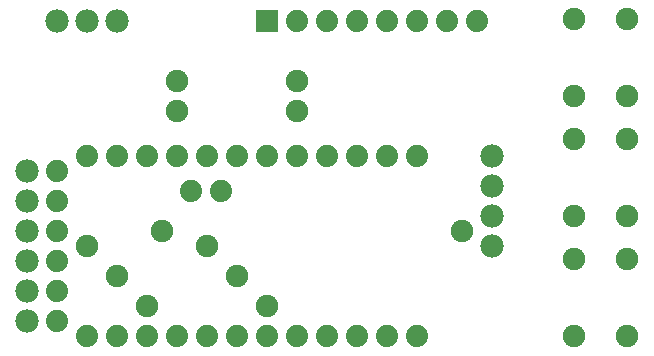
<source format=gtl>
G04 MADE WITH FRITZING*
G04 WWW.FRITZING.ORG*
G04 DOUBLE SIDED*
G04 HOLES PLATED*
G04 CONTOUR ON CENTER OF CONTOUR VECTOR*
%ASAXBY*%
%FSLAX23Y23*%
%MOIN*%
%OFA0B0*%
%SFA1.0B1.0*%
%ADD10C,0.074000*%
%ADD11C,0.075000*%
%ADD12C,0.078000*%
%ADD13R,0.074000X0.074000*%
%LNCOPPER1*%
G90*
G70*
G54D10*
X180Y655D03*
X180Y555D03*
X180Y455D03*
X180Y355D03*
X180Y255D03*
X180Y155D03*
X280Y705D03*
X380Y705D03*
X480Y705D03*
X580Y705D03*
X680Y705D03*
X625Y590D03*
X725Y590D03*
X780Y705D03*
X880Y705D03*
X980Y705D03*
X1080Y705D03*
X1180Y705D03*
X1280Y705D03*
X1380Y705D03*
X1380Y105D03*
X1280Y105D03*
X1180Y105D03*
X1080Y105D03*
X980Y105D03*
X880Y105D03*
X780Y105D03*
X680Y105D03*
X580Y105D03*
X480Y105D03*
X380Y105D03*
X280Y105D03*
G54D11*
X980Y855D03*
X580Y855D03*
X2080Y361D03*
X2080Y105D03*
X1903Y361D03*
X1903Y105D03*
X2080Y761D03*
X2080Y505D03*
X1903Y761D03*
X1903Y505D03*
X2080Y1161D03*
X2080Y905D03*
X1903Y1161D03*
X1903Y905D03*
G54D12*
X180Y1155D03*
X280Y1155D03*
X380Y1155D03*
X1630Y705D03*
X1630Y605D03*
X1630Y505D03*
X1630Y405D03*
G54D11*
X980Y955D03*
X580Y955D03*
X680Y405D03*
X280Y405D03*
X780Y305D03*
X380Y305D03*
X880Y205D03*
X480Y205D03*
G54D10*
X880Y1155D03*
X980Y1155D03*
X1080Y1155D03*
X1180Y1155D03*
X1280Y1155D03*
X1380Y1155D03*
X1480Y1155D03*
X1580Y1155D03*
X880Y1155D03*
X980Y1155D03*
X1080Y1155D03*
X1180Y1155D03*
X1280Y1155D03*
X1380Y1155D03*
X1480Y1155D03*
X1580Y1155D03*
G54D11*
X530Y455D03*
X1530Y455D03*
G54D12*
X80Y655D03*
X80Y555D03*
X80Y455D03*
X80Y355D03*
X80Y255D03*
X80Y155D03*
X80Y655D03*
X80Y555D03*
X80Y455D03*
X80Y355D03*
X80Y255D03*
X80Y155D03*
G54D13*
X880Y1155D03*
X880Y1155D03*
G04 End of Copper1*
M02*
</source>
